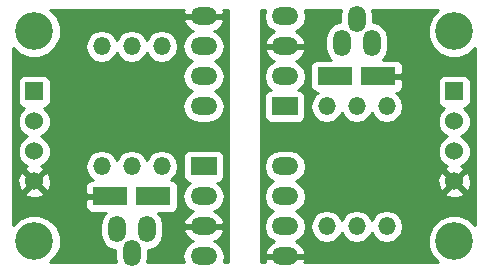
<source format=gbl>
G04 (created by PCBNEW (2013-07-07 BZR 4022)-stable) date 5/5/2015 11:01:01 PM*
%MOIN*%
G04 Gerber Fmt 3.4, Leading zero omitted, Abs format*
%FSLAX34Y34*%
G01*
G70*
G90*
G04 APERTURE LIST*
%ADD10C,0.00590551*%
%ADD11O,0.059X0.0885*%
%ADD12O,0.059X0.059*%
%ADD13R,0.06X0.06*%
%ADD14C,0.06*%
%ADD15C,0.125984*%
%ADD16R,0.0885X0.059*%
%ADD17O,0.0885X0.059*%
%ADD18R,0.114X0.059*%
%ADD19C,0.01*%
G04 APERTURE END LIST*
G54D10*
G54D11*
X83250Y-28102D03*
X82750Y-28897D03*
X82250Y-28102D03*
X89750Y-21897D03*
X90250Y-21102D03*
X90750Y-21897D03*
G54D12*
X81750Y-22000D03*
X81750Y-26000D03*
X89250Y-28000D03*
X89250Y-24000D03*
X82750Y-22000D03*
X82750Y-26000D03*
X91250Y-28000D03*
X91250Y-24000D03*
X83750Y-22000D03*
X83750Y-26000D03*
X90250Y-28000D03*
X90250Y-24000D03*
G54D13*
X79500Y-23500D03*
G54D14*
X79500Y-24500D03*
X79500Y-25500D03*
X79500Y-26500D03*
G54D13*
X93500Y-23500D03*
G54D14*
X93500Y-24500D03*
X93500Y-25500D03*
X93500Y-26500D03*
G54D15*
X79500Y-21500D03*
X93500Y-21500D03*
X93500Y-28500D03*
X79500Y-28500D03*
G54D16*
X85147Y-26000D03*
G54D17*
X85147Y-27000D03*
X85147Y-28000D03*
X85147Y-29000D03*
X87852Y-29000D03*
X87852Y-28000D03*
X87852Y-26000D03*
X87852Y-27000D03*
G54D16*
X87852Y-24000D03*
G54D17*
X87852Y-23000D03*
X87852Y-22000D03*
X87852Y-21000D03*
X85147Y-21000D03*
X85147Y-22000D03*
X85147Y-24000D03*
X85147Y-23000D03*
G54D18*
X83475Y-27000D03*
X82025Y-27000D03*
X89525Y-23000D03*
X90975Y-23000D03*
G54D10*
G36*
X85950Y-29200D02*
X85813Y-29200D01*
X85853Y-29000D01*
X85853Y-27000D01*
X85853Y-24000D01*
X85812Y-23791D01*
X85693Y-23614D01*
X85522Y-23500D01*
X85693Y-23385D01*
X85812Y-23208D01*
X85853Y-23000D01*
X85812Y-22791D01*
X85693Y-22614D01*
X85522Y-22500D01*
X85693Y-22385D01*
X85812Y-22208D01*
X85853Y-22000D01*
X85812Y-21791D01*
X85693Y-21614D01*
X85517Y-21496D01*
X85512Y-21495D01*
X85549Y-21484D01*
X85715Y-21350D01*
X85817Y-21162D01*
X85823Y-21134D01*
X85774Y-21050D01*
X85197Y-21050D01*
X85197Y-21057D01*
X85097Y-21057D01*
X85097Y-21050D01*
X84520Y-21050D01*
X84471Y-21134D01*
X84477Y-21162D01*
X84579Y-21350D01*
X84745Y-21484D01*
X84782Y-21495D01*
X84777Y-21496D01*
X84601Y-21614D01*
X84482Y-21791D01*
X84441Y-22000D01*
X84482Y-22208D01*
X84601Y-22385D01*
X84772Y-22500D01*
X84601Y-22614D01*
X84482Y-22791D01*
X84441Y-23000D01*
X84482Y-23208D01*
X84601Y-23385D01*
X84772Y-23500D01*
X84601Y-23614D01*
X84482Y-23791D01*
X84441Y-24000D01*
X84482Y-24208D01*
X84601Y-24385D01*
X84777Y-24503D01*
X84986Y-24545D01*
X85308Y-24545D01*
X85517Y-24503D01*
X85693Y-24385D01*
X85812Y-24208D01*
X85853Y-24000D01*
X85853Y-27000D01*
X85812Y-26791D01*
X85693Y-26614D01*
X85589Y-26545D01*
X85639Y-26545D01*
X85731Y-26507D01*
X85801Y-26436D01*
X85839Y-26344D01*
X85840Y-26245D01*
X85840Y-25655D01*
X85802Y-25563D01*
X85731Y-25493D01*
X85639Y-25455D01*
X85540Y-25454D01*
X84655Y-25454D01*
X84563Y-25492D01*
X84493Y-25563D01*
X84455Y-25655D01*
X84454Y-25754D01*
X84454Y-26344D01*
X84492Y-26436D01*
X84563Y-26506D01*
X84655Y-26544D01*
X84705Y-26545D01*
X84601Y-26614D01*
X84482Y-26791D01*
X84441Y-27000D01*
X84482Y-27208D01*
X84601Y-27385D01*
X84777Y-27503D01*
X84782Y-27504D01*
X84745Y-27515D01*
X84579Y-27649D01*
X84477Y-27837D01*
X84471Y-27865D01*
X84520Y-27950D01*
X85097Y-27950D01*
X85097Y-27942D01*
X85197Y-27942D01*
X85197Y-27950D01*
X85774Y-27950D01*
X85823Y-27865D01*
X85817Y-27837D01*
X85715Y-27649D01*
X85549Y-27515D01*
X85512Y-27504D01*
X85517Y-27503D01*
X85693Y-27385D01*
X85812Y-27208D01*
X85853Y-27000D01*
X85853Y-29000D01*
X85812Y-28791D01*
X85693Y-28614D01*
X85517Y-28496D01*
X85512Y-28495D01*
X85549Y-28484D01*
X85715Y-28350D01*
X85817Y-28162D01*
X85823Y-28134D01*
X85774Y-28050D01*
X85197Y-28050D01*
X85197Y-28057D01*
X85097Y-28057D01*
X85097Y-28050D01*
X84520Y-28050D01*
X84471Y-28134D01*
X84477Y-28162D01*
X84579Y-28350D01*
X84745Y-28484D01*
X84782Y-28495D01*
X84777Y-28496D01*
X84601Y-28614D01*
X84482Y-28791D01*
X84441Y-29000D01*
X84481Y-29200D01*
X83266Y-29200D01*
X83295Y-29058D01*
X83295Y-28799D01*
X83458Y-28767D01*
X83635Y-28648D01*
X83753Y-28472D01*
X83795Y-28263D01*
X83795Y-27941D01*
X83753Y-27732D01*
X83635Y-27556D01*
X83618Y-27545D01*
X84094Y-27545D01*
X84186Y-27507D01*
X84256Y-27436D01*
X84294Y-27344D01*
X84295Y-27245D01*
X84295Y-26655D01*
X84257Y-26563D01*
X84186Y-26493D01*
X84094Y-26455D01*
X84047Y-26455D01*
X84135Y-26396D01*
X84253Y-26219D01*
X84295Y-26010D01*
X84295Y-25989D01*
X84295Y-22010D01*
X84295Y-21989D01*
X84253Y-21780D01*
X84135Y-21603D01*
X83958Y-21485D01*
X83750Y-21444D01*
X83541Y-21485D01*
X83364Y-21603D01*
X83250Y-21775D01*
X83135Y-21603D01*
X82958Y-21485D01*
X82750Y-21444D01*
X82541Y-21485D01*
X82364Y-21603D01*
X82250Y-21775D01*
X82135Y-21603D01*
X81958Y-21485D01*
X81750Y-21444D01*
X81541Y-21485D01*
X81364Y-21603D01*
X81246Y-21780D01*
X81205Y-21989D01*
X81205Y-22010D01*
X81246Y-22219D01*
X81364Y-22396D01*
X81541Y-22514D01*
X81750Y-22555D01*
X81958Y-22514D01*
X82135Y-22396D01*
X82250Y-22224D01*
X82364Y-22396D01*
X82541Y-22514D01*
X82750Y-22555D01*
X82958Y-22514D01*
X83135Y-22396D01*
X83250Y-22224D01*
X83364Y-22396D01*
X83541Y-22514D01*
X83750Y-22555D01*
X83958Y-22514D01*
X84135Y-22396D01*
X84253Y-22219D01*
X84295Y-22010D01*
X84295Y-25989D01*
X84253Y-25780D01*
X84135Y-25603D01*
X83958Y-25485D01*
X83750Y-25444D01*
X83541Y-25485D01*
X83364Y-25603D01*
X83250Y-25775D01*
X83135Y-25603D01*
X82958Y-25485D01*
X82750Y-25444D01*
X82541Y-25485D01*
X82364Y-25603D01*
X82250Y-25775D01*
X82135Y-25603D01*
X81958Y-25485D01*
X81750Y-25444D01*
X81541Y-25485D01*
X81364Y-25603D01*
X81246Y-25780D01*
X81205Y-25989D01*
X81205Y-26010D01*
X81246Y-26219D01*
X81364Y-26396D01*
X81452Y-26454D01*
X81405Y-26454D01*
X81313Y-26492D01*
X81243Y-26563D01*
X81205Y-26655D01*
X81204Y-26754D01*
X81205Y-26887D01*
X81267Y-26950D01*
X81975Y-26950D01*
X81975Y-26942D01*
X82075Y-26942D01*
X82075Y-26950D01*
X82082Y-26950D01*
X82082Y-27050D01*
X82075Y-27050D01*
X82075Y-27057D01*
X81975Y-27057D01*
X81975Y-27050D01*
X81267Y-27050D01*
X81205Y-27112D01*
X81204Y-27245D01*
X81205Y-27344D01*
X81243Y-27436D01*
X81313Y-27507D01*
X81405Y-27545D01*
X81881Y-27545D01*
X81864Y-27556D01*
X81746Y-27732D01*
X81705Y-27941D01*
X81705Y-28263D01*
X81746Y-28472D01*
X81864Y-28648D01*
X82041Y-28767D01*
X82205Y-28799D01*
X82205Y-29058D01*
X82233Y-29200D01*
X80044Y-29200D01*
X80245Y-28999D01*
X80379Y-28675D01*
X80380Y-28325D01*
X80246Y-28002D01*
X80054Y-27810D01*
X80054Y-26581D01*
X80050Y-26488D01*
X80050Y-25391D01*
X79966Y-25188D01*
X79811Y-25034D01*
X79730Y-25000D01*
X79811Y-24966D01*
X79965Y-24811D01*
X80049Y-24609D01*
X80050Y-24391D01*
X79966Y-24188D01*
X79827Y-24050D01*
X79849Y-24050D01*
X79941Y-24012D01*
X80011Y-23941D01*
X80049Y-23849D01*
X80050Y-23750D01*
X80050Y-23150D01*
X80012Y-23058D01*
X79941Y-22988D01*
X79849Y-22950D01*
X79750Y-22949D01*
X79150Y-22949D01*
X79058Y-22987D01*
X78988Y-23058D01*
X78950Y-23150D01*
X78949Y-23249D01*
X78949Y-23849D01*
X78987Y-23941D01*
X79058Y-24011D01*
X79150Y-24049D01*
X79172Y-24049D01*
X79034Y-24188D01*
X78950Y-24390D01*
X78949Y-24608D01*
X79033Y-24811D01*
X79188Y-24965D01*
X79269Y-24999D01*
X79188Y-25033D01*
X79034Y-25188D01*
X78950Y-25390D01*
X78949Y-25608D01*
X79033Y-25811D01*
X79188Y-25965D01*
X79263Y-25997D01*
X79212Y-26018D01*
X79184Y-26114D01*
X79500Y-26429D01*
X79815Y-26114D01*
X79787Y-26018D01*
X79732Y-25999D01*
X79811Y-25966D01*
X79965Y-25811D01*
X80049Y-25609D01*
X80050Y-25391D01*
X80050Y-26488D01*
X80043Y-26363D01*
X79981Y-26212D01*
X79885Y-26184D01*
X79570Y-26500D01*
X79885Y-26815D01*
X79981Y-26787D01*
X80054Y-26581D01*
X80054Y-27810D01*
X79999Y-27754D01*
X79815Y-27678D01*
X79815Y-26885D01*
X79500Y-26570D01*
X79429Y-26641D01*
X79429Y-26500D01*
X79114Y-26184D01*
X79018Y-26212D01*
X78945Y-26418D01*
X78956Y-26636D01*
X79018Y-26787D01*
X79114Y-26815D01*
X79429Y-26500D01*
X79429Y-26641D01*
X79184Y-26885D01*
X79212Y-26981D01*
X79418Y-27054D01*
X79636Y-27043D01*
X79787Y-26981D01*
X79815Y-26885D01*
X79815Y-27678D01*
X79675Y-27620D01*
X79325Y-27619D01*
X79002Y-27753D01*
X78800Y-27955D01*
X78800Y-22044D01*
X79000Y-22245D01*
X79324Y-22379D01*
X79674Y-22380D01*
X79997Y-22246D01*
X80245Y-21999D01*
X80379Y-21675D01*
X80380Y-21325D01*
X80246Y-21002D01*
X80044Y-20800D01*
X84497Y-20800D01*
X84477Y-20837D01*
X84471Y-20865D01*
X84520Y-20950D01*
X85097Y-20950D01*
X85097Y-20942D01*
X85197Y-20942D01*
X85197Y-20950D01*
X85774Y-20950D01*
X85823Y-20865D01*
X85817Y-20837D01*
X85797Y-20800D01*
X85950Y-20800D01*
X85950Y-29200D01*
X85950Y-29200D01*
G37*
G54D19*
X85950Y-29200D02*
X85813Y-29200D01*
X85853Y-29000D01*
X85853Y-27000D01*
X85853Y-24000D01*
X85812Y-23791D01*
X85693Y-23614D01*
X85522Y-23500D01*
X85693Y-23385D01*
X85812Y-23208D01*
X85853Y-23000D01*
X85812Y-22791D01*
X85693Y-22614D01*
X85522Y-22500D01*
X85693Y-22385D01*
X85812Y-22208D01*
X85853Y-22000D01*
X85812Y-21791D01*
X85693Y-21614D01*
X85517Y-21496D01*
X85512Y-21495D01*
X85549Y-21484D01*
X85715Y-21350D01*
X85817Y-21162D01*
X85823Y-21134D01*
X85774Y-21050D01*
X85197Y-21050D01*
X85197Y-21057D01*
X85097Y-21057D01*
X85097Y-21050D01*
X84520Y-21050D01*
X84471Y-21134D01*
X84477Y-21162D01*
X84579Y-21350D01*
X84745Y-21484D01*
X84782Y-21495D01*
X84777Y-21496D01*
X84601Y-21614D01*
X84482Y-21791D01*
X84441Y-22000D01*
X84482Y-22208D01*
X84601Y-22385D01*
X84772Y-22500D01*
X84601Y-22614D01*
X84482Y-22791D01*
X84441Y-23000D01*
X84482Y-23208D01*
X84601Y-23385D01*
X84772Y-23500D01*
X84601Y-23614D01*
X84482Y-23791D01*
X84441Y-24000D01*
X84482Y-24208D01*
X84601Y-24385D01*
X84777Y-24503D01*
X84986Y-24545D01*
X85308Y-24545D01*
X85517Y-24503D01*
X85693Y-24385D01*
X85812Y-24208D01*
X85853Y-24000D01*
X85853Y-27000D01*
X85812Y-26791D01*
X85693Y-26614D01*
X85589Y-26545D01*
X85639Y-26545D01*
X85731Y-26507D01*
X85801Y-26436D01*
X85839Y-26344D01*
X85840Y-26245D01*
X85840Y-25655D01*
X85802Y-25563D01*
X85731Y-25493D01*
X85639Y-25455D01*
X85540Y-25454D01*
X84655Y-25454D01*
X84563Y-25492D01*
X84493Y-25563D01*
X84455Y-25655D01*
X84454Y-25754D01*
X84454Y-26344D01*
X84492Y-26436D01*
X84563Y-26506D01*
X84655Y-26544D01*
X84705Y-26545D01*
X84601Y-26614D01*
X84482Y-26791D01*
X84441Y-27000D01*
X84482Y-27208D01*
X84601Y-27385D01*
X84777Y-27503D01*
X84782Y-27504D01*
X84745Y-27515D01*
X84579Y-27649D01*
X84477Y-27837D01*
X84471Y-27865D01*
X84520Y-27950D01*
X85097Y-27950D01*
X85097Y-27942D01*
X85197Y-27942D01*
X85197Y-27950D01*
X85774Y-27950D01*
X85823Y-27865D01*
X85817Y-27837D01*
X85715Y-27649D01*
X85549Y-27515D01*
X85512Y-27504D01*
X85517Y-27503D01*
X85693Y-27385D01*
X85812Y-27208D01*
X85853Y-27000D01*
X85853Y-29000D01*
X85812Y-28791D01*
X85693Y-28614D01*
X85517Y-28496D01*
X85512Y-28495D01*
X85549Y-28484D01*
X85715Y-28350D01*
X85817Y-28162D01*
X85823Y-28134D01*
X85774Y-28050D01*
X85197Y-28050D01*
X85197Y-28057D01*
X85097Y-28057D01*
X85097Y-28050D01*
X84520Y-28050D01*
X84471Y-28134D01*
X84477Y-28162D01*
X84579Y-28350D01*
X84745Y-28484D01*
X84782Y-28495D01*
X84777Y-28496D01*
X84601Y-28614D01*
X84482Y-28791D01*
X84441Y-29000D01*
X84481Y-29200D01*
X83266Y-29200D01*
X83295Y-29058D01*
X83295Y-28799D01*
X83458Y-28767D01*
X83635Y-28648D01*
X83753Y-28472D01*
X83795Y-28263D01*
X83795Y-27941D01*
X83753Y-27732D01*
X83635Y-27556D01*
X83618Y-27545D01*
X84094Y-27545D01*
X84186Y-27507D01*
X84256Y-27436D01*
X84294Y-27344D01*
X84295Y-27245D01*
X84295Y-26655D01*
X84257Y-26563D01*
X84186Y-26493D01*
X84094Y-26455D01*
X84047Y-26455D01*
X84135Y-26396D01*
X84253Y-26219D01*
X84295Y-26010D01*
X84295Y-25989D01*
X84295Y-22010D01*
X84295Y-21989D01*
X84253Y-21780D01*
X84135Y-21603D01*
X83958Y-21485D01*
X83750Y-21444D01*
X83541Y-21485D01*
X83364Y-21603D01*
X83250Y-21775D01*
X83135Y-21603D01*
X82958Y-21485D01*
X82750Y-21444D01*
X82541Y-21485D01*
X82364Y-21603D01*
X82250Y-21775D01*
X82135Y-21603D01*
X81958Y-21485D01*
X81750Y-21444D01*
X81541Y-21485D01*
X81364Y-21603D01*
X81246Y-21780D01*
X81205Y-21989D01*
X81205Y-22010D01*
X81246Y-22219D01*
X81364Y-22396D01*
X81541Y-22514D01*
X81750Y-22555D01*
X81958Y-22514D01*
X82135Y-22396D01*
X82250Y-22224D01*
X82364Y-22396D01*
X82541Y-22514D01*
X82750Y-22555D01*
X82958Y-22514D01*
X83135Y-22396D01*
X83250Y-22224D01*
X83364Y-22396D01*
X83541Y-22514D01*
X83750Y-22555D01*
X83958Y-22514D01*
X84135Y-22396D01*
X84253Y-22219D01*
X84295Y-22010D01*
X84295Y-25989D01*
X84253Y-25780D01*
X84135Y-25603D01*
X83958Y-25485D01*
X83750Y-25444D01*
X83541Y-25485D01*
X83364Y-25603D01*
X83250Y-25775D01*
X83135Y-25603D01*
X82958Y-25485D01*
X82750Y-25444D01*
X82541Y-25485D01*
X82364Y-25603D01*
X82250Y-25775D01*
X82135Y-25603D01*
X81958Y-25485D01*
X81750Y-25444D01*
X81541Y-25485D01*
X81364Y-25603D01*
X81246Y-25780D01*
X81205Y-25989D01*
X81205Y-26010D01*
X81246Y-26219D01*
X81364Y-26396D01*
X81452Y-26454D01*
X81405Y-26454D01*
X81313Y-26492D01*
X81243Y-26563D01*
X81205Y-26655D01*
X81204Y-26754D01*
X81205Y-26887D01*
X81267Y-26950D01*
X81975Y-26950D01*
X81975Y-26942D01*
X82075Y-26942D01*
X82075Y-26950D01*
X82082Y-26950D01*
X82082Y-27050D01*
X82075Y-27050D01*
X82075Y-27057D01*
X81975Y-27057D01*
X81975Y-27050D01*
X81267Y-27050D01*
X81205Y-27112D01*
X81204Y-27245D01*
X81205Y-27344D01*
X81243Y-27436D01*
X81313Y-27507D01*
X81405Y-27545D01*
X81881Y-27545D01*
X81864Y-27556D01*
X81746Y-27732D01*
X81705Y-27941D01*
X81705Y-28263D01*
X81746Y-28472D01*
X81864Y-28648D01*
X82041Y-28767D01*
X82205Y-28799D01*
X82205Y-29058D01*
X82233Y-29200D01*
X80044Y-29200D01*
X80245Y-28999D01*
X80379Y-28675D01*
X80380Y-28325D01*
X80246Y-28002D01*
X80054Y-27810D01*
X80054Y-26581D01*
X80050Y-26488D01*
X80050Y-25391D01*
X79966Y-25188D01*
X79811Y-25034D01*
X79730Y-25000D01*
X79811Y-24966D01*
X79965Y-24811D01*
X80049Y-24609D01*
X80050Y-24391D01*
X79966Y-24188D01*
X79827Y-24050D01*
X79849Y-24050D01*
X79941Y-24012D01*
X80011Y-23941D01*
X80049Y-23849D01*
X80050Y-23750D01*
X80050Y-23150D01*
X80012Y-23058D01*
X79941Y-22988D01*
X79849Y-22950D01*
X79750Y-22949D01*
X79150Y-22949D01*
X79058Y-22987D01*
X78988Y-23058D01*
X78950Y-23150D01*
X78949Y-23249D01*
X78949Y-23849D01*
X78987Y-23941D01*
X79058Y-24011D01*
X79150Y-24049D01*
X79172Y-24049D01*
X79034Y-24188D01*
X78950Y-24390D01*
X78949Y-24608D01*
X79033Y-24811D01*
X79188Y-24965D01*
X79269Y-24999D01*
X79188Y-25033D01*
X79034Y-25188D01*
X78950Y-25390D01*
X78949Y-25608D01*
X79033Y-25811D01*
X79188Y-25965D01*
X79263Y-25997D01*
X79212Y-26018D01*
X79184Y-26114D01*
X79500Y-26429D01*
X79815Y-26114D01*
X79787Y-26018D01*
X79732Y-25999D01*
X79811Y-25966D01*
X79965Y-25811D01*
X80049Y-25609D01*
X80050Y-25391D01*
X80050Y-26488D01*
X80043Y-26363D01*
X79981Y-26212D01*
X79885Y-26184D01*
X79570Y-26500D01*
X79885Y-26815D01*
X79981Y-26787D01*
X80054Y-26581D01*
X80054Y-27810D01*
X79999Y-27754D01*
X79815Y-27678D01*
X79815Y-26885D01*
X79500Y-26570D01*
X79429Y-26641D01*
X79429Y-26500D01*
X79114Y-26184D01*
X79018Y-26212D01*
X78945Y-26418D01*
X78956Y-26636D01*
X79018Y-26787D01*
X79114Y-26815D01*
X79429Y-26500D01*
X79429Y-26641D01*
X79184Y-26885D01*
X79212Y-26981D01*
X79418Y-27054D01*
X79636Y-27043D01*
X79787Y-26981D01*
X79815Y-26885D01*
X79815Y-27678D01*
X79675Y-27620D01*
X79325Y-27619D01*
X79002Y-27753D01*
X78800Y-27955D01*
X78800Y-22044D01*
X79000Y-22245D01*
X79324Y-22379D01*
X79674Y-22380D01*
X79997Y-22246D01*
X80245Y-21999D01*
X80379Y-21675D01*
X80380Y-21325D01*
X80246Y-21002D01*
X80044Y-20800D01*
X84497Y-20800D01*
X84477Y-20837D01*
X84471Y-20865D01*
X84520Y-20950D01*
X85097Y-20950D01*
X85097Y-20942D01*
X85197Y-20942D01*
X85197Y-20950D01*
X85774Y-20950D01*
X85823Y-20865D01*
X85817Y-20837D01*
X85797Y-20800D01*
X85950Y-20800D01*
X85950Y-29200D01*
G54D10*
G36*
X94200Y-27955D02*
X94054Y-27810D01*
X94054Y-26581D01*
X94050Y-26488D01*
X94050Y-25391D01*
X93966Y-25188D01*
X93811Y-25034D01*
X93730Y-25000D01*
X93811Y-24966D01*
X93965Y-24811D01*
X94049Y-24609D01*
X94050Y-24391D01*
X93966Y-24188D01*
X93827Y-24050D01*
X93849Y-24050D01*
X93941Y-24012D01*
X94011Y-23941D01*
X94049Y-23849D01*
X94050Y-23750D01*
X94050Y-23150D01*
X94012Y-23058D01*
X93941Y-22988D01*
X93849Y-22950D01*
X93750Y-22949D01*
X93150Y-22949D01*
X93058Y-22987D01*
X92988Y-23058D01*
X92950Y-23150D01*
X92949Y-23249D01*
X92949Y-23849D01*
X92987Y-23941D01*
X93058Y-24011D01*
X93150Y-24049D01*
X93172Y-24049D01*
X93034Y-24188D01*
X92950Y-24390D01*
X92949Y-24608D01*
X93033Y-24811D01*
X93188Y-24965D01*
X93269Y-24999D01*
X93188Y-25033D01*
X93034Y-25188D01*
X92950Y-25390D01*
X92949Y-25608D01*
X93033Y-25811D01*
X93188Y-25965D01*
X93263Y-25997D01*
X93212Y-26018D01*
X93184Y-26114D01*
X93500Y-26429D01*
X93815Y-26114D01*
X93787Y-26018D01*
X93732Y-25999D01*
X93811Y-25966D01*
X93965Y-25811D01*
X94049Y-25609D01*
X94050Y-25391D01*
X94050Y-26488D01*
X94043Y-26363D01*
X93981Y-26212D01*
X93885Y-26184D01*
X93570Y-26500D01*
X93885Y-26815D01*
X93981Y-26787D01*
X94054Y-26581D01*
X94054Y-27810D01*
X93999Y-27754D01*
X93815Y-27678D01*
X93815Y-26885D01*
X93500Y-26570D01*
X93429Y-26641D01*
X93429Y-26500D01*
X93114Y-26184D01*
X93018Y-26212D01*
X92945Y-26418D01*
X92956Y-26636D01*
X93018Y-26787D01*
X93114Y-26815D01*
X93429Y-26500D01*
X93429Y-26641D01*
X93184Y-26885D01*
X93212Y-26981D01*
X93418Y-27054D01*
X93636Y-27043D01*
X93787Y-26981D01*
X93815Y-26885D01*
X93815Y-27678D01*
X93675Y-27620D01*
X93325Y-27619D01*
X93002Y-27753D01*
X92754Y-28000D01*
X92620Y-28324D01*
X92619Y-28674D01*
X92753Y-28997D01*
X92955Y-29200D01*
X91795Y-29200D01*
X91795Y-28010D01*
X91795Y-27989D01*
X91753Y-27780D01*
X91635Y-27603D01*
X91458Y-27485D01*
X91250Y-27444D01*
X91041Y-27485D01*
X90864Y-27603D01*
X90750Y-27775D01*
X90635Y-27603D01*
X90458Y-27485D01*
X90250Y-27444D01*
X90041Y-27485D01*
X89864Y-27603D01*
X89750Y-27775D01*
X89635Y-27603D01*
X89458Y-27485D01*
X89250Y-27444D01*
X89041Y-27485D01*
X88864Y-27603D01*
X88746Y-27780D01*
X88705Y-27989D01*
X88705Y-28010D01*
X88746Y-28219D01*
X88864Y-28396D01*
X89041Y-28514D01*
X89250Y-28555D01*
X89458Y-28514D01*
X89635Y-28396D01*
X89750Y-28224D01*
X89864Y-28396D01*
X90041Y-28514D01*
X90250Y-28555D01*
X90458Y-28514D01*
X90635Y-28396D01*
X90750Y-28224D01*
X90864Y-28396D01*
X91041Y-28514D01*
X91250Y-28555D01*
X91458Y-28514D01*
X91635Y-28396D01*
X91753Y-28219D01*
X91795Y-28010D01*
X91795Y-29200D01*
X88558Y-29200D01*
X88558Y-28000D01*
X88517Y-27791D01*
X88398Y-27614D01*
X88227Y-27500D01*
X88398Y-27385D01*
X88517Y-27208D01*
X88558Y-27000D01*
X88517Y-26791D01*
X88398Y-26614D01*
X88227Y-26500D01*
X88398Y-26385D01*
X88517Y-26208D01*
X88558Y-26000D01*
X88558Y-23000D01*
X88517Y-22791D01*
X88398Y-22614D01*
X88222Y-22496D01*
X88217Y-22495D01*
X88254Y-22484D01*
X88420Y-22350D01*
X88522Y-22162D01*
X88528Y-22134D01*
X88479Y-22050D01*
X87902Y-22050D01*
X87902Y-22057D01*
X87802Y-22057D01*
X87802Y-22050D01*
X87225Y-22050D01*
X87176Y-22134D01*
X87182Y-22162D01*
X87284Y-22350D01*
X87450Y-22484D01*
X87487Y-22495D01*
X87482Y-22496D01*
X87306Y-22614D01*
X87187Y-22791D01*
X87146Y-23000D01*
X87187Y-23208D01*
X87306Y-23385D01*
X87410Y-23454D01*
X87360Y-23454D01*
X87268Y-23492D01*
X87198Y-23563D01*
X87160Y-23655D01*
X87159Y-23754D01*
X87159Y-24344D01*
X87197Y-24436D01*
X87268Y-24506D01*
X87360Y-24544D01*
X87459Y-24545D01*
X88344Y-24545D01*
X88436Y-24507D01*
X88506Y-24436D01*
X88544Y-24344D01*
X88545Y-24245D01*
X88545Y-23655D01*
X88507Y-23563D01*
X88436Y-23493D01*
X88344Y-23455D01*
X88294Y-23454D01*
X88398Y-23385D01*
X88517Y-23208D01*
X88558Y-23000D01*
X88558Y-26000D01*
X88517Y-25791D01*
X88398Y-25614D01*
X88222Y-25496D01*
X88013Y-25455D01*
X87691Y-25455D01*
X87482Y-25496D01*
X87306Y-25614D01*
X87187Y-25791D01*
X87146Y-26000D01*
X87187Y-26208D01*
X87306Y-26385D01*
X87477Y-26500D01*
X87306Y-26614D01*
X87187Y-26791D01*
X87146Y-27000D01*
X87187Y-27208D01*
X87306Y-27385D01*
X87477Y-27500D01*
X87306Y-27614D01*
X87187Y-27791D01*
X87146Y-28000D01*
X87187Y-28208D01*
X87306Y-28385D01*
X87482Y-28503D01*
X87487Y-28504D01*
X87450Y-28515D01*
X87284Y-28649D01*
X87182Y-28837D01*
X87176Y-28865D01*
X87225Y-28950D01*
X87802Y-28950D01*
X87802Y-28942D01*
X87902Y-28942D01*
X87902Y-28950D01*
X88479Y-28950D01*
X88528Y-28865D01*
X88522Y-28837D01*
X88420Y-28649D01*
X88254Y-28515D01*
X88217Y-28504D01*
X88222Y-28503D01*
X88398Y-28385D01*
X88517Y-28208D01*
X88558Y-28000D01*
X88558Y-29200D01*
X88502Y-29200D01*
X88522Y-29162D01*
X88528Y-29134D01*
X88479Y-29050D01*
X87902Y-29050D01*
X87902Y-29057D01*
X87802Y-29057D01*
X87802Y-29050D01*
X87225Y-29050D01*
X87176Y-29134D01*
X87182Y-29162D01*
X87202Y-29200D01*
X87050Y-29200D01*
X87050Y-20800D01*
X87186Y-20800D01*
X87146Y-21000D01*
X87187Y-21208D01*
X87306Y-21385D01*
X87482Y-21503D01*
X87487Y-21504D01*
X87450Y-21515D01*
X87284Y-21649D01*
X87182Y-21837D01*
X87176Y-21865D01*
X87225Y-21950D01*
X87802Y-21950D01*
X87802Y-21942D01*
X87902Y-21942D01*
X87902Y-21950D01*
X88479Y-21950D01*
X88528Y-21865D01*
X88522Y-21837D01*
X88420Y-21649D01*
X88254Y-21515D01*
X88217Y-21504D01*
X88222Y-21503D01*
X88398Y-21385D01*
X88517Y-21208D01*
X88558Y-21000D01*
X88518Y-20800D01*
X89733Y-20800D01*
X89705Y-20941D01*
X89705Y-21200D01*
X89541Y-21232D01*
X89364Y-21351D01*
X89246Y-21527D01*
X89205Y-21736D01*
X89205Y-22058D01*
X89246Y-22267D01*
X89364Y-22443D01*
X89381Y-22454D01*
X88905Y-22454D01*
X88813Y-22492D01*
X88743Y-22563D01*
X88705Y-22655D01*
X88704Y-22754D01*
X88704Y-23344D01*
X88742Y-23436D01*
X88813Y-23506D01*
X88905Y-23544D01*
X88952Y-23544D01*
X88864Y-23603D01*
X88746Y-23780D01*
X88705Y-23989D01*
X88705Y-24010D01*
X88746Y-24219D01*
X88864Y-24396D01*
X89041Y-24514D01*
X89250Y-24555D01*
X89458Y-24514D01*
X89635Y-24396D01*
X89750Y-24224D01*
X89864Y-24396D01*
X90041Y-24514D01*
X90250Y-24555D01*
X90458Y-24514D01*
X90635Y-24396D01*
X90750Y-24224D01*
X90864Y-24396D01*
X91041Y-24514D01*
X91250Y-24555D01*
X91458Y-24514D01*
X91635Y-24396D01*
X91753Y-24219D01*
X91795Y-24010D01*
X91795Y-23989D01*
X91753Y-23780D01*
X91635Y-23603D01*
X91547Y-23545D01*
X91594Y-23545D01*
X91686Y-23507D01*
X91756Y-23436D01*
X91794Y-23344D01*
X91795Y-23245D01*
X91795Y-23112D01*
X91732Y-23050D01*
X91025Y-23050D01*
X91025Y-23057D01*
X90925Y-23057D01*
X90925Y-23050D01*
X90917Y-23050D01*
X90917Y-22950D01*
X90925Y-22950D01*
X90925Y-22942D01*
X91025Y-22942D01*
X91025Y-22950D01*
X91732Y-22950D01*
X91795Y-22887D01*
X91795Y-22754D01*
X91794Y-22655D01*
X91756Y-22563D01*
X91686Y-22492D01*
X91594Y-22454D01*
X91118Y-22454D01*
X91135Y-22443D01*
X91253Y-22267D01*
X91295Y-22058D01*
X91295Y-21736D01*
X91253Y-21527D01*
X91135Y-21351D01*
X90958Y-21232D01*
X90795Y-21200D01*
X90795Y-20941D01*
X90766Y-20800D01*
X92955Y-20800D01*
X92754Y-21000D01*
X92620Y-21324D01*
X92619Y-21674D01*
X92753Y-21997D01*
X93000Y-22245D01*
X93324Y-22379D01*
X93674Y-22380D01*
X93997Y-22246D01*
X94200Y-22044D01*
X94200Y-27955D01*
X94200Y-27955D01*
G37*
G54D19*
X94200Y-27955D02*
X94054Y-27810D01*
X94054Y-26581D01*
X94050Y-26488D01*
X94050Y-25391D01*
X93966Y-25188D01*
X93811Y-25034D01*
X93730Y-25000D01*
X93811Y-24966D01*
X93965Y-24811D01*
X94049Y-24609D01*
X94050Y-24391D01*
X93966Y-24188D01*
X93827Y-24050D01*
X93849Y-24050D01*
X93941Y-24012D01*
X94011Y-23941D01*
X94049Y-23849D01*
X94050Y-23750D01*
X94050Y-23150D01*
X94012Y-23058D01*
X93941Y-22988D01*
X93849Y-22950D01*
X93750Y-22949D01*
X93150Y-22949D01*
X93058Y-22987D01*
X92988Y-23058D01*
X92950Y-23150D01*
X92949Y-23249D01*
X92949Y-23849D01*
X92987Y-23941D01*
X93058Y-24011D01*
X93150Y-24049D01*
X93172Y-24049D01*
X93034Y-24188D01*
X92950Y-24390D01*
X92949Y-24608D01*
X93033Y-24811D01*
X93188Y-24965D01*
X93269Y-24999D01*
X93188Y-25033D01*
X93034Y-25188D01*
X92950Y-25390D01*
X92949Y-25608D01*
X93033Y-25811D01*
X93188Y-25965D01*
X93263Y-25997D01*
X93212Y-26018D01*
X93184Y-26114D01*
X93500Y-26429D01*
X93815Y-26114D01*
X93787Y-26018D01*
X93732Y-25999D01*
X93811Y-25966D01*
X93965Y-25811D01*
X94049Y-25609D01*
X94050Y-25391D01*
X94050Y-26488D01*
X94043Y-26363D01*
X93981Y-26212D01*
X93885Y-26184D01*
X93570Y-26500D01*
X93885Y-26815D01*
X93981Y-26787D01*
X94054Y-26581D01*
X94054Y-27810D01*
X93999Y-27754D01*
X93815Y-27678D01*
X93815Y-26885D01*
X93500Y-26570D01*
X93429Y-26641D01*
X93429Y-26500D01*
X93114Y-26184D01*
X93018Y-26212D01*
X92945Y-26418D01*
X92956Y-26636D01*
X93018Y-26787D01*
X93114Y-26815D01*
X93429Y-26500D01*
X93429Y-26641D01*
X93184Y-26885D01*
X93212Y-26981D01*
X93418Y-27054D01*
X93636Y-27043D01*
X93787Y-26981D01*
X93815Y-26885D01*
X93815Y-27678D01*
X93675Y-27620D01*
X93325Y-27619D01*
X93002Y-27753D01*
X92754Y-28000D01*
X92620Y-28324D01*
X92619Y-28674D01*
X92753Y-28997D01*
X92955Y-29200D01*
X91795Y-29200D01*
X91795Y-28010D01*
X91795Y-27989D01*
X91753Y-27780D01*
X91635Y-27603D01*
X91458Y-27485D01*
X91250Y-27444D01*
X91041Y-27485D01*
X90864Y-27603D01*
X90750Y-27775D01*
X90635Y-27603D01*
X90458Y-27485D01*
X90250Y-27444D01*
X90041Y-27485D01*
X89864Y-27603D01*
X89750Y-27775D01*
X89635Y-27603D01*
X89458Y-27485D01*
X89250Y-27444D01*
X89041Y-27485D01*
X88864Y-27603D01*
X88746Y-27780D01*
X88705Y-27989D01*
X88705Y-28010D01*
X88746Y-28219D01*
X88864Y-28396D01*
X89041Y-28514D01*
X89250Y-28555D01*
X89458Y-28514D01*
X89635Y-28396D01*
X89750Y-28224D01*
X89864Y-28396D01*
X90041Y-28514D01*
X90250Y-28555D01*
X90458Y-28514D01*
X90635Y-28396D01*
X90750Y-28224D01*
X90864Y-28396D01*
X91041Y-28514D01*
X91250Y-28555D01*
X91458Y-28514D01*
X91635Y-28396D01*
X91753Y-28219D01*
X91795Y-28010D01*
X91795Y-29200D01*
X88558Y-29200D01*
X88558Y-28000D01*
X88517Y-27791D01*
X88398Y-27614D01*
X88227Y-27500D01*
X88398Y-27385D01*
X88517Y-27208D01*
X88558Y-27000D01*
X88517Y-26791D01*
X88398Y-26614D01*
X88227Y-26500D01*
X88398Y-26385D01*
X88517Y-26208D01*
X88558Y-26000D01*
X88558Y-23000D01*
X88517Y-22791D01*
X88398Y-22614D01*
X88222Y-22496D01*
X88217Y-22495D01*
X88254Y-22484D01*
X88420Y-22350D01*
X88522Y-22162D01*
X88528Y-22134D01*
X88479Y-22050D01*
X87902Y-22050D01*
X87902Y-22057D01*
X87802Y-22057D01*
X87802Y-22050D01*
X87225Y-22050D01*
X87176Y-22134D01*
X87182Y-22162D01*
X87284Y-22350D01*
X87450Y-22484D01*
X87487Y-22495D01*
X87482Y-22496D01*
X87306Y-22614D01*
X87187Y-22791D01*
X87146Y-23000D01*
X87187Y-23208D01*
X87306Y-23385D01*
X87410Y-23454D01*
X87360Y-23454D01*
X87268Y-23492D01*
X87198Y-23563D01*
X87160Y-23655D01*
X87159Y-23754D01*
X87159Y-24344D01*
X87197Y-24436D01*
X87268Y-24506D01*
X87360Y-24544D01*
X87459Y-24545D01*
X88344Y-24545D01*
X88436Y-24507D01*
X88506Y-24436D01*
X88544Y-24344D01*
X88545Y-24245D01*
X88545Y-23655D01*
X88507Y-23563D01*
X88436Y-23493D01*
X88344Y-23455D01*
X88294Y-23454D01*
X88398Y-23385D01*
X88517Y-23208D01*
X88558Y-23000D01*
X88558Y-26000D01*
X88517Y-25791D01*
X88398Y-25614D01*
X88222Y-25496D01*
X88013Y-25455D01*
X87691Y-25455D01*
X87482Y-25496D01*
X87306Y-25614D01*
X87187Y-25791D01*
X87146Y-26000D01*
X87187Y-26208D01*
X87306Y-26385D01*
X87477Y-26500D01*
X87306Y-26614D01*
X87187Y-26791D01*
X87146Y-27000D01*
X87187Y-27208D01*
X87306Y-27385D01*
X87477Y-27500D01*
X87306Y-27614D01*
X87187Y-27791D01*
X87146Y-28000D01*
X87187Y-28208D01*
X87306Y-28385D01*
X87482Y-28503D01*
X87487Y-28504D01*
X87450Y-28515D01*
X87284Y-28649D01*
X87182Y-28837D01*
X87176Y-28865D01*
X87225Y-28950D01*
X87802Y-28950D01*
X87802Y-28942D01*
X87902Y-28942D01*
X87902Y-28950D01*
X88479Y-28950D01*
X88528Y-28865D01*
X88522Y-28837D01*
X88420Y-28649D01*
X88254Y-28515D01*
X88217Y-28504D01*
X88222Y-28503D01*
X88398Y-28385D01*
X88517Y-28208D01*
X88558Y-28000D01*
X88558Y-29200D01*
X88502Y-29200D01*
X88522Y-29162D01*
X88528Y-29134D01*
X88479Y-29050D01*
X87902Y-29050D01*
X87902Y-29057D01*
X87802Y-29057D01*
X87802Y-29050D01*
X87225Y-29050D01*
X87176Y-29134D01*
X87182Y-29162D01*
X87202Y-29200D01*
X87050Y-29200D01*
X87050Y-20800D01*
X87186Y-20800D01*
X87146Y-21000D01*
X87187Y-21208D01*
X87306Y-21385D01*
X87482Y-21503D01*
X87487Y-21504D01*
X87450Y-21515D01*
X87284Y-21649D01*
X87182Y-21837D01*
X87176Y-21865D01*
X87225Y-21950D01*
X87802Y-21950D01*
X87802Y-21942D01*
X87902Y-21942D01*
X87902Y-21950D01*
X88479Y-21950D01*
X88528Y-21865D01*
X88522Y-21837D01*
X88420Y-21649D01*
X88254Y-21515D01*
X88217Y-21504D01*
X88222Y-21503D01*
X88398Y-21385D01*
X88517Y-21208D01*
X88558Y-21000D01*
X88518Y-20800D01*
X89733Y-20800D01*
X89705Y-20941D01*
X89705Y-21200D01*
X89541Y-21232D01*
X89364Y-21351D01*
X89246Y-21527D01*
X89205Y-21736D01*
X89205Y-22058D01*
X89246Y-22267D01*
X89364Y-22443D01*
X89381Y-22454D01*
X88905Y-22454D01*
X88813Y-22492D01*
X88743Y-22563D01*
X88705Y-22655D01*
X88704Y-22754D01*
X88704Y-23344D01*
X88742Y-23436D01*
X88813Y-23506D01*
X88905Y-23544D01*
X88952Y-23544D01*
X88864Y-23603D01*
X88746Y-23780D01*
X88705Y-23989D01*
X88705Y-24010D01*
X88746Y-24219D01*
X88864Y-24396D01*
X89041Y-24514D01*
X89250Y-24555D01*
X89458Y-24514D01*
X89635Y-24396D01*
X89750Y-24224D01*
X89864Y-24396D01*
X90041Y-24514D01*
X90250Y-24555D01*
X90458Y-24514D01*
X90635Y-24396D01*
X90750Y-24224D01*
X90864Y-24396D01*
X91041Y-24514D01*
X91250Y-24555D01*
X91458Y-24514D01*
X91635Y-24396D01*
X91753Y-24219D01*
X91795Y-24010D01*
X91795Y-23989D01*
X91753Y-23780D01*
X91635Y-23603D01*
X91547Y-23545D01*
X91594Y-23545D01*
X91686Y-23507D01*
X91756Y-23436D01*
X91794Y-23344D01*
X91795Y-23245D01*
X91795Y-23112D01*
X91732Y-23050D01*
X91025Y-23050D01*
X91025Y-23057D01*
X90925Y-23057D01*
X90925Y-23050D01*
X90917Y-23050D01*
X90917Y-22950D01*
X90925Y-22950D01*
X90925Y-22942D01*
X91025Y-22942D01*
X91025Y-22950D01*
X91732Y-22950D01*
X91795Y-22887D01*
X91795Y-22754D01*
X91794Y-22655D01*
X91756Y-22563D01*
X91686Y-22492D01*
X91594Y-22454D01*
X91118Y-22454D01*
X91135Y-22443D01*
X91253Y-22267D01*
X91295Y-22058D01*
X91295Y-21736D01*
X91253Y-21527D01*
X91135Y-21351D01*
X90958Y-21232D01*
X90795Y-21200D01*
X90795Y-20941D01*
X90766Y-20800D01*
X92955Y-20800D01*
X92754Y-21000D01*
X92620Y-21324D01*
X92619Y-21674D01*
X92753Y-21997D01*
X93000Y-22245D01*
X93324Y-22379D01*
X93674Y-22380D01*
X93997Y-22246D01*
X94200Y-22044D01*
X94200Y-27955D01*
M02*

</source>
